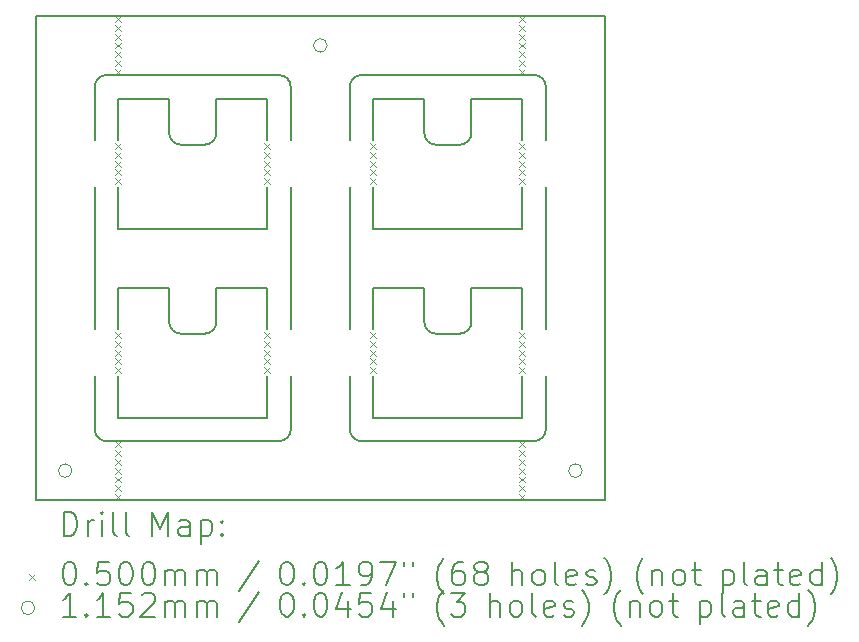
<source format=gbr>
%TF.GenerationSoftware,KiCad,Pcbnew,(7.0.0-0)*%
%TF.CreationDate,2025-07-24T17:03:27+12:00*%
%TF.ProjectId,12V_light_panelized_X4,3132565f-6c69-4676-9874-5f70616e656c,rev?*%
%TF.SameCoordinates,Original*%
%TF.FileFunction,Drillmap*%
%TF.FilePolarity,Positive*%
%FSLAX45Y45*%
G04 Gerber Fmt 4.5, Leading zero omitted, Abs format (unit mm)*
G04 Created by KiCad (PCBNEW (7.0.0-0)) date 2025-07-24 17:03:27*
%MOMM*%
%LPD*%
G01*
G04 APERTURE LIST*
%ADD10C,0.150000*%
%ADD11C,0.200000*%
%ADD12C,0.050000*%
%ADD13C,0.115200*%
G04 APERTURE END LIST*
D10*
X17160004Y-6590004D02*
X17160004Y-6300004D01*
X17789996Y-6200004D02*
G75*
G03*
X17690004Y-6100004I-99996J4D01*
G01*
X16330003Y-7400004D02*
X16330003Y-7050007D01*
X15430004Y-6300000D02*
X15000004Y-6300000D01*
X14170004Y-6300000D02*
X14600004Y-6300000D01*
X13970004Y-6650000D02*
X13970004Y-6200000D01*
X16130000Y-8650004D02*
X16130000Y-9100000D01*
X13970003Y-8650004D02*
X13970004Y-9100000D01*
X15630004Y-6649996D02*
X15630004Y-6200000D01*
X16130003Y-6650004D02*
X16130003Y-6200004D01*
X16330003Y-7400004D02*
X17590004Y-7400004D01*
X16330003Y-6300004D02*
X16330003Y-6650004D01*
X14600004Y-7900000D02*
X14600004Y-8190000D01*
X16230003Y-6100004D02*
X17690004Y-6100004D01*
X17590000Y-9000000D02*
X17590000Y-8650000D01*
X15630004Y-8650000D02*
X15630004Y-9100000D01*
X17590004Y-7400004D02*
X17590004Y-7050004D01*
X13970003Y-7050004D02*
X13970004Y-8250000D01*
X15430004Y-6649996D02*
X15430004Y-6300000D01*
X14170004Y-6300000D02*
X14170003Y-6650000D01*
X16760003Y-6300004D02*
X16760003Y-6590004D01*
X15430004Y-8249996D02*
X15430004Y-7900000D01*
X16860000Y-8290000D02*
X17060000Y-8290000D01*
X17060004Y-6690003D02*
G75*
G03*
X17160004Y-6590004I-4J100004D01*
G01*
X15000004Y-8190000D02*
X15000004Y-7900000D01*
X16330000Y-9000000D02*
X16330000Y-8650004D01*
X17590004Y-6300004D02*
X17160004Y-6300004D01*
X16330000Y-7900000D02*
X16760000Y-7900000D01*
X17690000Y-9200000D02*
X16230000Y-9200000D01*
X13970000Y-9100000D02*
G75*
G03*
X14070004Y-9200000I100000J0D01*
G01*
X14170004Y-7400000D02*
X15430004Y-7400000D01*
X14170004Y-7400000D02*
X14170003Y-7050004D01*
X16759996Y-6590004D02*
G75*
G03*
X16860004Y-6690004I100004J4D01*
G01*
X16860004Y-6690004D02*
X17060004Y-6690004D01*
X15530004Y-9200004D02*
G75*
G03*
X15630004Y-9100000I-4J100004D01*
G01*
X16760000Y-8190000D02*
G75*
G03*
X16860000Y-8290000I100000J0D01*
G01*
X16230003Y-6100003D02*
G75*
G03*
X16130003Y-6200004I-4J-99997D01*
G01*
X17590004Y-6650000D02*
X17590004Y-6300004D01*
X14600000Y-8190000D02*
G75*
G03*
X14700004Y-8290000I100000J0D01*
G01*
X15530004Y-9200000D02*
X14070004Y-9200000D01*
X17060000Y-8290000D02*
G75*
G03*
X17160000Y-8190000I0J100000D01*
G01*
X15430004Y-9000000D02*
X15430004Y-8650000D01*
X17790004Y-6650000D02*
X17790004Y-6200004D01*
X17790004Y-7050004D02*
X17790000Y-8249996D01*
X16330000Y-9000000D02*
X17590000Y-9000000D01*
X17590000Y-8249996D02*
X17590000Y-7900000D01*
X15430004Y-7900000D02*
X15000004Y-7900000D01*
X15630000Y-6200000D02*
G75*
G03*
X15530004Y-6100000I-100000J0D01*
G01*
X16130000Y-8250000D02*
X16130003Y-7050007D01*
X17690000Y-9200000D02*
G75*
G03*
X17790000Y-9100000I0J100000D01*
G01*
X15630004Y-7050000D02*
X15630004Y-8249996D01*
X17160000Y-8190000D02*
X17160000Y-7900000D01*
X13470000Y-5600000D02*
X18290000Y-5600000D01*
X18290000Y-5600000D02*
X18290000Y-9700000D01*
X18290000Y-9700000D02*
X13470000Y-9700000D01*
X13470000Y-9700000D02*
X13470000Y-5600000D01*
X17790000Y-8650000D02*
X17790000Y-9100000D01*
X14070004Y-6100004D02*
G75*
G03*
X13970004Y-6200000I-4J-99996D01*
G01*
X14600000Y-6590000D02*
G75*
G03*
X14700004Y-6690000I100000J0D01*
G01*
X14070004Y-6100000D02*
X15530004Y-6100000D01*
X14700004Y-6690000D02*
X14900004Y-6690000D01*
X14170004Y-7900000D02*
X14170003Y-8250000D01*
X16330003Y-6300004D02*
X16760003Y-6300004D01*
X16130000Y-9100000D02*
G75*
G03*
X16230000Y-9200000I100000J0D01*
G01*
X15430004Y-7400000D02*
X15430004Y-7050000D01*
X14170004Y-7900000D02*
X14600004Y-7900000D01*
X15000004Y-6590000D02*
X15000004Y-6300000D01*
X14170004Y-9000000D02*
X14170003Y-8650004D01*
X14700004Y-8290000D02*
X14900004Y-8290000D01*
X16330000Y-7900000D02*
X16330000Y-8250000D01*
X16760000Y-7900000D02*
X16760000Y-8190000D01*
X14900004Y-8290004D02*
G75*
G03*
X15000004Y-8190000I-4J100004D01*
G01*
X17590000Y-7900000D02*
X17160000Y-7900000D01*
X14170004Y-9000000D02*
X15430004Y-9000000D01*
X14900004Y-6690004D02*
G75*
G03*
X15000004Y-6590000I-4J100004D01*
G01*
X14600004Y-6300000D02*
X14600004Y-6590000D01*
D11*
D12*
X14145000Y-5600000D02*
X14195000Y-5650000D01*
X14195000Y-5600000D02*
X14145000Y-5650000D01*
X14145000Y-5675000D02*
X14195000Y-5725000D01*
X14195000Y-5675000D02*
X14145000Y-5725000D01*
X14145000Y-5750000D02*
X14195000Y-5800000D01*
X14195000Y-5750000D02*
X14145000Y-5800000D01*
X14145000Y-5825000D02*
X14195000Y-5875000D01*
X14195000Y-5825000D02*
X14145000Y-5875000D01*
X14145000Y-5900000D02*
X14195000Y-5950000D01*
X14195000Y-5900000D02*
X14145000Y-5950000D01*
X14145000Y-5975000D02*
X14195000Y-6025000D01*
X14195000Y-5975000D02*
X14145000Y-6025000D01*
X14145000Y-6050000D02*
X14195000Y-6100000D01*
X14195000Y-6050000D02*
X14145000Y-6100000D01*
X14145000Y-9200000D02*
X14195000Y-9250000D01*
X14195000Y-9200000D02*
X14145000Y-9250000D01*
X14145000Y-9275000D02*
X14195000Y-9325000D01*
X14195000Y-9275000D02*
X14145000Y-9325000D01*
X14145000Y-9350000D02*
X14195000Y-9400000D01*
X14195000Y-9350000D02*
X14145000Y-9400000D01*
X14145000Y-9425000D02*
X14195000Y-9475000D01*
X14195000Y-9425000D02*
X14145000Y-9475000D01*
X14145000Y-9500000D02*
X14195000Y-9550000D01*
X14195000Y-9500000D02*
X14145000Y-9550000D01*
X14145000Y-9575000D02*
X14195000Y-9625000D01*
X14195000Y-9575000D02*
X14145000Y-9625000D01*
X14145000Y-9650000D02*
X14195000Y-9700000D01*
X14195000Y-9650000D02*
X14145000Y-9700000D01*
X14145003Y-6675000D02*
X14195003Y-6725000D01*
X14195003Y-6675000D02*
X14145003Y-6725000D01*
X14145003Y-6750000D02*
X14195003Y-6800000D01*
X14195003Y-6750000D02*
X14145003Y-6800000D01*
X14145003Y-6825002D02*
X14195003Y-6875002D01*
X14195003Y-6825002D02*
X14145003Y-6875002D01*
X14145003Y-6900000D02*
X14195003Y-6950000D01*
X14195003Y-6900000D02*
X14145003Y-6950000D01*
X14145003Y-8275000D02*
X14195003Y-8325000D01*
X14195003Y-8275000D02*
X14145003Y-8325000D01*
X14145003Y-8350000D02*
X14195003Y-8400000D01*
X14195003Y-8350000D02*
X14145003Y-8400000D01*
X14145003Y-8425002D02*
X14195003Y-8475002D01*
X14195003Y-8425002D02*
X14145003Y-8475002D01*
X14145003Y-8500000D02*
X14195003Y-8550000D01*
X14195003Y-8500000D02*
X14145003Y-8550000D01*
X14145004Y-6975000D02*
X14195004Y-7025000D01*
X14195004Y-6975000D02*
X14145004Y-7025000D01*
X14145004Y-8575000D02*
X14195004Y-8625000D01*
X14195004Y-8575000D02*
X14145004Y-8625000D01*
X15405004Y-6675000D02*
X15455004Y-6725000D01*
X15455004Y-6675000D02*
X15405004Y-6725000D01*
X15405004Y-8275000D02*
X15455004Y-8325000D01*
X15455004Y-8275000D02*
X15405004Y-8325000D01*
X15405004Y-6750000D02*
X15455004Y-6800000D01*
X15455004Y-6750000D02*
X15405004Y-6800000D01*
X15405004Y-6824998D02*
X15455004Y-6874998D01*
X15455004Y-6824998D02*
X15405004Y-6874998D01*
X15405004Y-6900000D02*
X15455004Y-6950000D01*
X15455004Y-6900000D02*
X15405004Y-6950000D01*
X15405004Y-6975000D02*
X15455004Y-7025000D01*
X15455004Y-6975000D02*
X15405004Y-7025000D01*
X15405004Y-8350000D02*
X15455004Y-8400000D01*
X15455004Y-8350000D02*
X15405004Y-8400000D01*
X15405004Y-8424998D02*
X15455004Y-8474998D01*
X15455004Y-8424998D02*
X15405004Y-8474998D01*
X15405004Y-8500000D02*
X15455004Y-8550000D01*
X15455004Y-8500000D02*
X15405004Y-8550000D01*
X15405004Y-8575000D02*
X15455004Y-8625000D01*
X15455004Y-8575000D02*
X15405004Y-8625000D01*
X16305000Y-8275000D02*
X16355000Y-8325000D01*
X16355000Y-8275000D02*
X16305000Y-8325000D01*
X16305000Y-8350000D02*
X16355000Y-8400000D01*
X16355000Y-8350000D02*
X16305000Y-8400000D01*
X16305000Y-8425002D02*
X16355000Y-8475002D01*
X16355000Y-8425002D02*
X16305000Y-8475002D01*
X16305000Y-8500000D02*
X16355000Y-8550000D01*
X16355000Y-8500000D02*
X16305000Y-8550000D01*
X16305000Y-8575000D02*
X16355000Y-8625000D01*
X16355000Y-8575000D02*
X16305000Y-8625000D01*
X16305003Y-6675004D02*
X16355003Y-6725004D01*
X16355003Y-6675004D02*
X16305003Y-6725004D01*
X16305003Y-6750004D02*
X16355003Y-6800004D01*
X16355003Y-6750004D02*
X16305003Y-6800004D01*
X16305003Y-6825006D02*
X16355003Y-6875006D01*
X16355003Y-6825006D02*
X16305003Y-6875006D01*
X16305003Y-6900004D02*
X16355003Y-6950004D01*
X16355003Y-6900004D02*
X16305003Y-6950004D01*
X16305003Y-6975004D02*
X16355003Y-7025004D01*
X16355003Y-6975004D02*
X16305003Y-7025004D01*
X17565000Y-5600000D02*
X17615000Y-5650000D01*
X17615000Y-5600000D02*
X17565000Y-5650000D01*
X17565000Y-5675000D02*
X17615000Y-5725000D01*
X17615000Y-5675000D02*
X17565000Y-5725000D01*
X17565000Y-5750000D02*
X17615000Y-5800000D01*
X17615000Y-5750000D02*
X17565000Y-5800000D01*
X17565000Y-5825000D02*
X17615000Y-5875000D01*
X17615000Y-5825000D02*
X17565000Y-5875000D01*
X17565000Y-5900000D02*
X17615000Y-5950000D01*
X17615000Y-5900000D02*
X17565000Y-5950000D01*
X17565000Y-5975000D02*
X17615000Y-6025000D01*
X17615000Y-5975000D02*
X17565000Y-6025000D01*
X17565000Y-6050000D02*
X17615000Y-6100000D01*
X17615000Y-6050000D02*
X17565000Y-6100000D01*
X17565000Y-8275000D02*
X17615000Y-8325000D01*
X17615000Y-8275000D02*
X17565000Y-8325000D01*
X17565000Y-9200000D02*
X17615000Y-9250000D01*
X17615000Y-9200000D02*
X17565000Y-9250000D01*
X17565000Y-9275000D02*
X17615000Y-9325000D01*
X17615000Y-9275000D02*
X17565000Y-9325000D01*
X17565000Y-9350000D02*
X17615000Y-9400000D01*
X17615000Y-9350000D02*
X17565000Y-9400000D01*
X17565000Y-9425000D02*
X17615000Y-9475000D01*
X17615000Y-9425000D02*
X17565000Y-9475000D01*
X17565000Y-9500000D02*
X17615000Y-9550000D01*
X17615000Y-9500000D02*
X17565000Y-9550000D01*
X17565000Y-9575000D02*
X17615000Y-9625000D01*
X17615000Y-9575000D02*
X17565000Y-9625000D01*
X17565000Y-9650000D02*
X17615000Y-9700000D01*
X17615000Y-9650000D02*
X17565000Y-9700000D01*
X17565000Y-8350000D02*
X17615000Y-8400000D01*
X17615000Y-8350000D02*
X17565000Y-8400000D01*
X17565000Y-8424998D02*
X17615000Y-8474998D01*
X17615000Y-8424998D02*
X17565000Y-8474998D01*
X17565000Y-8500000D02*
X17615000Y-8550000D01*
X17615000Y-8500000D02*
X17565000Y-8550000D01*
X17565000Y-8575000D02*
X17615000Y-8625000D01*
X17615000Y-8575000D02*
X17565000Y-8625000D01*
X17565004Y-6675004D02*
X17615004Y-6725004D01*
X17615004Y-6675004D02*
X17565004Y-6725004D01*
X17565004Y-6750004D02*
X17615004Y-6800004D01*
X17615004Y-6750004D02*
X17565004Y-6800004D01*
X17565004Y-6825002D02*
X17615004Y-6875002D01*
X17615004Y-6825002D02*
X17565004Y-6875002D01*
X17565004Y-6900004D02*
X17615004Y-6950004D01*
X17615004Y-6900004D02*
X17565004Y-6950004D01*
X17565004Y-6975004D02*
X17615004Y-7025004D01*
X17615004Y-6975004D02*
X17565004Y-7025004D01*
D13*
X13777600Y-9450000D02*
G75*
G03*
X13777600Y-9450000I-57600J0D01*
G01*
X15937600Y-5850000D02*
G75*
G03*
X15937600Y-5850000I-57600J0D01*
G01*
X18097600Y-9450000D02*
G75*
G03*
X18097600Y-9450000I-57600J0D01*
G01*
D11*
X13710119Y-10000976D02*
X13710119Y-9800976D01*
X13710119Y-9800976D02*
X13757738Y-9800976D01*
X13757738Y-9800976D02*
X13786309Y-9810500D01*
X13786309Y-9810500D02*
X13805357Y-9829548D01*
X13805357Y-9829548D02*
X13814881Y-9848595D01*
X13814881Y-9848595D02*
X13824405Y-9886690D01*
X13824405Y-9886690D02*
X13824405Y-9915262D01*
X13824405Y-9915262D02*
X13814881Y-9953357D01*
X13814881Y-9953357D02*
X13805357Y-9972405D01*
X13805357Y-9972405D02*
X13786309Y-9991452D01*
X13786309Y-9991452D02*
X13757738Y-10000976D01*
X13757738Y-10000976D02*
X13710119Y-10000976D01*
X13910119Y-10000976D02*
X13910119Y-9867643D01*
X13910119Y-9905738D02*
X13919643Y-9886690D01*
X13919643Y-9886690D02*
X13929167Y-9877167D01*
X13929167Y-9877167D02*
X13948214Y-9867643D01*
X13948214Y-9867643D02*
X13967262Y-9867643D01*
X14033928Y-10000976D02*
X14033928Y-9867643D01*
X14033928Y-9800976D02*
X14024405Y-9810500D01*
X14024405Y-9810500D02*
X14033928Y-9820024D01*
X14033928Y-9820024D02*
X14043452Y-9810500D01*
X14043452Y-9810500D02*
X14033928Y-9800976D01*
X14033928Y-9800976D02*
X14033928Y-9820024D01*
X14157738Y-10000976D02*
X14138690Y-9991452D01*
X14138690Y-9991452D02*
X14129167Y-9972405D01*
X14129167Y-9972405D02*
X14129167Y-9800976D01*
X14262500Y-10000976D02*
X14243452Y-9991452D01*
X14243452Y-9991452D02*
X14233928Y-9972405D01*
X14233928Y-9972405D02*
X14233928Y-9800976D01*
X14458690Y-10000976D02*
X14458690Y-9800976D01*
X14458690Y-9800976D02*
X14525357Y-9943833D01*
X14525357Y-9943833D02*
X14592024Y-9800976D01*
X14592024Y-9800976D02*
X14592024Y-10000976D01*
X14772976Y-10000976D02*
X14772976Y-9896214D01*
X14772976Y-9896214D02*
X14763452Y-9877167D01*
X14763452Y-9877167D02*
X14744405Y-9867643D01*
X14744405Y-9867643D02*
X14706309Y-9867643D01*
X14706309Y-9867643D02*
X14687262Y-9877167D01*
X14772976Y-9991452D02*
X14753928Y-10000976D01*
X14753928Y-10000976D02*
X14706309Y-10000976D01*
X14706309Y-10000976D02*
X14687262Y-9991452D01*
X14687262Y-9991452D02*
X14677738Y-9972405D01*
X14677738Y-9972405D02*
X14677738Y-9953357D01*
X14677738Y-9953357D02*
X14687262Y-9934310D01*
X14687262Y-9934310D02*
X14706309Y-9924786D01*
X14706309Y-9924786D02*
X14753928Y-9924786D01*
X14753928Y-9924786D02*
X14772976Y-9915262D01*
X14868214Y-9867643D02*
X14868214Y-10067643D01*
X14868214Y-9877167D02*
X14887262Y-9867643D01*
X14887262Y-9867643D02*
X14925357Y-9867643D01*
X14925357Y-9867643D02*
X14944405Y-9877167D01*
X14944405Y-9877167D02*
X14953928Y-9886690D01*
X14953928Y-9886690D02*
X14963452Y-9905738D01*
X14963452Y-9905738D02*
X14963452Y-9962881D01*
X14963452Y-9962881D02*
X14953928Y-9981929D01*
X14953928Y-9981929D02*
X14944405Y-9991452D01*
X14944405Y-9991452D02*
X14925357Y-10000976D01*
X14925357Y-10000976D02*
X14887262Y-10000976D01*
X14887262Y-10000976D02*
X14868214Y-9991452D01*
X15049167Y-9981929D02*
X15058690Y-9991452D01*
X15058690Y-9991452D02*
X15049167Y-10000976D01*
X15049167Y-10000976D02*
X15039643Y-9991452D01*
X15039643Y-9991452D02*
X15049167Y-9981929D01*
X15049167Y-9981929D02*
X15049167Y-10000976D01*
X15049167Y-9877167D02*
X15058690Y-9886690D01*
X15058690Y-9886690D02*
X15049167Y-9896214D01*
X15049167Y-9896214D02*
X15039643Y-9886690D01*
X15039643Y-9886690D02*
X15049167Y-9877167D01*
X15049167Y-9877167D02*
X15049167Y-9896214D01*
D12*
X13412500Y-10322500D02*
X13462500Y-10372500D01*
X13462500Y-10322500D02*
X13412500Y-10372500D01*
D11*
X13748214Y-10220976D02*
X13767262Y-10220976D01*
X13767262Y-10220976D02*
X13786309Y-10230500D01*
X13786309Y-10230500D02*
X13795833Y-10240024D01*
X13795833Y-10240024D02*
X13805357Y-10259071D01*
X13805357Y-10259071D02*
X13814881Y-10297167D01*
X13814881Y-10297167D02*
X13814881Y-10344786D01*
X13814881Y-10344786D02*
X13805357Y-10382881D01*
X13805357Y-10382881D02*
X13795833Y-10401929D01*
X13795833Y-10401929D02*
X13786309Y-10411452D01*
X13786309Y-10411452D02*
X13767262Y-10420976D01*
X13767262Y-10420976D02*
X13748214Y-10420976D01*
X13748214Y-10420976D02*
X13729167Y-10411452D01*
X13729167Y-10411452D02*
X13719643Y-10401929D01*
X13719643Y-10401929D02*
X13710119Y-10382881D01*
X13710119Y-10382881D02*
X13700595Y-10344786D01*
X13700595Y-10344786D02*
X13700595Y-10297167D01*
X13700595Y-10297167D02*
X13710119Y-10259071D01*
X13710119Y-10259071D02*
X13719643Y-10240024D01*
X13719643Y-10240024D02*
X13729167Y-10230500D01*
X13729167Y-10230500D02*
X13748214Y-10220976D01*
X13900595Y-10401929D02*
X13910119Y-10411452D01*
X13910119Y-10411452D02*
X13900595Y-10420976D01*
X13900595Y-10420976D02*
X13891071Y-10411452D01*
X13891071Y-10411452D02*
X13900595Y-10401929D01*
X13900595Y-10401929D02*
X13900595Y-10420976D01*
X14091071Y-10220976D02*
X13995833Y-10220976D01*
X13995833Y-10220976D02*
X13986309Y-10316214D01*
X13986309Y-10316214D02*
X13995833Y-10306690D01*
X13995833Y-10306690D02*
X14014881Y-10297167D01*
X14014881Y-10297167D02*
X14062500Y-10297167D01*
X14062500Y-10297167D02*
X14081548Y-10306690D01*
X14081548Y-10306690D02*
X14091071Y-10316214D01*
X14091071Y-10316214D02*
X14100595Y-10335262D01*
X14100595Y-10335262D02*
X14100595Y-10382881D01*
X14100595Y-10382881D02*
X14091071Y-10401929D01*
X14091071Y-10401929D02*
X14081548Y-10411452D01*
X14081548Y-10411452D02*
X14062500Y-10420976D01*
X14062500Y-10420976D02*
X14014881Y-10420976D01*
X14014881Y-10420976D02*
X13995833Y-10411452D01*
X13995833Y-10411452D02*
X13986309Y-10401929D01*
X14224405Y-10220976D02*
X14243452Y-10220976D01*
X14243452Y-10220976D02*
X14262500Y-10230500D01*
X14262500Y-10230500D02*
X14272024Y-10240024D01*
X14272024Y-10240024D02*
X14281548Y-10259071D01*
X14281548Y-10259071D02*
X14291071Y-10297167D01*
X14291071Y-10297167D02*
X14291071Y-10344786D01*
X14291071Y-10344786D02*
X14281548Y-10382881D01*
X14281548Y-10382881D02*
X14272024Y-10401929D01*
X14272024Y-10401929D02*
X14262500Y-10411452D01*
X14262500Y-10411452D02*
X14243452Y-10420976D01*
X14243452Y-10420976D02*
X14224405Y-10420976D01*
X14224405Y-10420976D02*
X14205357Y-10411452D01*
X14205357Y-10411452D02*
X14195833Y-10401929D01*
X14195833Y-10401929D02*
X14186309Y-10382881D01*
X14186309Y-10382881D02*
X14176786Y-10344786D01*
X14176786Y-10344786D02*
X14176786Y-10297167D01*
X14176786Y-10297167D02*
X14186309Y-10259071D01*
X14186309Y-10259071D02*
X14195833Y-10240024D01*
X14195833Y-10240024D02*
X14205357Y-10230500D01*
X14205357Y-10230500D02*
X14224405Y-10220976D01*
X14414881Y-10220976D02*
X14433929Y-10220976D01*
X14433929Y-10220976D02*
X14452976Y-10230500D01*
X14452976Y-10230500D02*
X14462500Y-10240024D01*
X14462500Y-10240024D02*
X14472024Y-10259071D01*
X14472024Y-10259071D02*
X14481548Y-10297167D01*
X14481548Y-10297167D02*
X14481548Y-10344786D01*
X14481548Y-10344786D02*
X14472024Y-10382881D01*
X14472024Y-10382881D02*
X14462500Y-10401929D01*
X14462500Y-10401929D02*
X14452976Y-10411452D01*
X14452976Y-10411452D02*
X14433929Y-10420976D01*
X14433929Y-10420976D02*
X14414881Y-10420976D01*
X14414881Y-10420976D02*
X14395833Y-10411452D01*
X14395833Y-10411452D02*
X14386309Y-10401929D01*
X14386309Y-10401929D02*
X14376786Y-10382881D01*
X14376786Y-10382881D02*
X14367262Y-10344786D01*
X14367262Y-10344786D02*
X14367262Y-10297167D01*
X14367262Y-10297167D02*
X14376786Y-10259071D01*
X14376786Y-10259071D02*
X14386309Y-10240024D01*
X14386309Y-10240024D02*
X14395833Y-10230500D01*
X14395833Y-10230500D02*
X14414881Y-10220976D01*
X14567262Y-10420976D02*
X14567262Y-10287643D01*
X14567262Y-10306690D02*
X14576786Y-10297167D01*
X14576786Y-10297167D02*
X14595833Y-10287643D01*
X14595833Y-10287643D02*
X14624405Y-10287643D01*
X14624405Y-10287643D02*
X14643452Y-10297167D01*
X14643452Y-10297167D02*
X14652976Y-10316214D01*
X14652976Y-10316214D02*
X14652976Y-10420976D01*
X14652976Y-10316214D02*
X14662500Y-10297167D01*
X14662500Y-10297167D02*
X14681548Y-10287643D01*
X14681548Y-10287643D02*
X14710119Y-10287643D01*
X14710119Y-10287643D02*
X14729167Y-10297167D01*
X14729167Y-10297167D02*
X14738690Y-10316214D01*
X14738690Y-10316214D02*
X14738690Y-10420976D01*
X14833929Y-10420976D02*
X14833929Y-10287643D01*
X14833929Y-10306690D02*
X14843452Y-10297167D01*
X14843452Y-10297167D02*
X14862500Y-10287643D01*
X14862500Y-10287643D02*
X14891071Y-10287643D01*
X14891071Y-10287643D02*
X14910119Y-10297167D01*
X14910119Y-10297167D02*
X14919643Y-10316214D01*
X14919643Y-10316214D02*
X14919643Y-10420976D01*
X14919643Y-10316214D02*
X14929167Y-10297167D01*
X14929167Y-10297167D02*
X14948214Y-10287643D01*
X14948214Y-10287643D02*
X14976786Y-10287643D01*
X14976786Y-10287643D02*
X14995833Y-10297167D01*
X14995833Y-10297167D02*
X15005357Y-10316214D01*
X15005357Y-10316214D02*
X15005357Y-10420976D01*
X15363452Y-10211452D02*
X15192024Y-10468595D01*
X15588214Y-10220976D02*
X15607262Y-10220976D01*
X15607262Y-10220976D02*
X15626310Y-10230500D01*
X15626310Y-10230500D02*
X15635833Y-10240024D01*
X15635833Y-10240024D02*
X15645357Y-10259071D01*
X15645357Y-10259071D02*
X15654881Y-10297167D01*
X15654881Y-10297167D02*
X15654881Y-10344786D01*
X15654881Y-10344786D02*
X15645357Y-10382881D01*
X15645357Y-10382881D02*
X15635833Y-10401929D01*
X15635833Y-10401929D02*
X15626310Y-10411452D01*
X15626310Y-10411452D02*
X15607262Y-10420976D01*
X15607262Y-10420976D02*
X15588214Y-10420976D01*
X15588214Y-10420976D02*
X15569167Y-10411452D01*
X15569167Y-10411452D02*
X15559643Y-10401929D01*
X15559643Y-10401929D02*
X15550119Y-10382881D01*
X15550119Y-10382881D02*
X15540595Y-10344786D01*
X15540595Y-10344786D02*
X15540595Y-10297167D01*
X15540595Y-10297167D02*
X15550119Y-10259071D01*
X15550119Y-10259071D02*
X15559643Y-10240024D01*
X15559643Y-10240024D02*
X15569167Y-10230500D01*
X15569167Y-10230500D02*
X15588214Y-10220976D01*
X15740595Y-10401929D02*
X15750119Y-10411452D01*
X15750119Y-10411452D02*
X15740595Y-10420976D01*
X15740595Y-10420976D02*
X15731071Y-10411452D01*
X15731071Y-10411452D02*
X15740595Y-10401929D01*
X15740595Y-10401929D02*
X15740595Y-10420976D01*
X15873929Y-10220976D02*
X15892976Y-10220976D01*
X15892976Y-10220976D02*
X15912024Y-10230500D01*
X15912024Y-10230500D02*
X15921548Y-10240024D01*
X15921548Y-10240024D02*
X15931071Y-10259071D01*
X15931071Y-10259071D02*
X15940595Y-10297167D01*
X15940595Y-10297167D02*
X15940595Y-10344786D01*
X15940595Y-10344786D02*
X15931071Y-10382881D01*
X15931071Y-10382881D02*
X15921548Y-10401929D01*
X15921548Y-10401929D02*
X15912024Y-10411452D01*
X15912024Y-10411452D02*
X15892976Y-10420976D01*
X15892976Y-10420976D02*
X15873929Y-10420976D01*
X15873929Y-10420976D02*
X15854881Y-10411452D01*
X15854881Y-10411452D02*
X15845357Y-10401929D01*
X15845357Y-10401929D02*
X15835833Y-10382881D01*
X15835833Y-10382881D02*
X15826310Y-10344786D01*
X15826310Y-10344786D02*
X15826310Y-10297167D01*
X15826310Y-10297167D02*
X15835833Y-10259071D01*
X15835833Y-10259071D02*
X15845357Y-10240024D01*
X15845357Y-10240024D02*
X15854881Y-10230500D01*
X15854881Y-10230500D02*
X15873929Y-10220976D01*
X16131071Y-10420976D02*
X16016786Y-10420976D01*
X16073929Y-10420976D02*
X16073929Y-10220976D01*
X16073929Y-10220976D02*
X16054881Y-10249548D01*
X16054881Y-10249548D02*
X16035833Y-10268595D01*
X16035833Y-10268595D02*
X16016786Y-10278119D01*
X16226310Y-10420976D02*
X16264405Y-10420976D01*
X16264405Y-10420976D02*
X16283452Y-10411452D01*
X16283452Y-10411452D02*
X16292976Y-10401929D01*
X16292976Y-10401929D02*
X16312024Y-10373357D01*
X16312024Y-10373357D02*
X16321548Y-10335262D01*
X16321548Y-10335262D02*
X16321548Y-10259071D01*
X16321548Y-10259071D02*
X16312024Y-10240024D01*
X16312024Y-10240024D02*
X16302500Y-10230500D01*
X16302500Y-10230500D02*
X16283452Y-10220976D01*
X16283452Y-10220976D02*
X16245357Y-10220976D01*
X16245357Y-10220976D02*
X16226310Y-10230500D01*
X16226310Y-10230500D02*
X16216786Y-10240024D01*
X16216786Y-10240024D02*
X16207262Y-10259071D01*
X16207262Y-10259071D02*
X16207262Y-10306690D01*
X16207262Y-10306690D02*
X16216786Y-10325738D01*
X16216786Y-10325738D02*
X16226310Y-10335262D01*
X16226310Y-10335262D02*
X16245357Y-10344786D01*
X16245357Y-10344786D02*
X16283452Y-10344786D01*
X16283452Y-10344786D02*
X16302500Y-10335262D01*
X16302500Y-10335262D02*
X16312024Y-10325738D01*
X16312024Y-10325738D02*
X16321548Y-10306690D01*
X16388214Y-10220976D02*
X16521548Y-10220976D01*
X16521548Y-10220976D02*
X16435833Y-10420976D01*
X16588214Y-10220976D02*
X16588214Y-10259071D01*
X16664405Y-10220976D02*
X16664405Y-10259071D01*
X16927262Y-10497167D02*
X16917738Y-10487643D01*
X16917738Y-10487643D02*
X16898691Y-10459071D01*
X16898691Y-10459071D02*
X16889167Y-10440024D01*
X16889167Y-10440024D02*
X16879643Y-10411452D01*
X16879643Y-10411452D02*
X16870119Y-10363833D01*
X16870119Y-10363833D02*
X16870119Y-10325738D01*
X16870119Y-10325738D02*
X16879643Y-10278119D01*
X16879643Y-10278119D02*
X16889167Y-10249548D01*
X16889167Y-10249548D02*
X16898691Y-10230500D01*
X16898691Y-10230500D02*
X16917738Y-10201929D01*
X16917738Y-10201929D02*
X16927262Y-10192405D01*
X17089167Y-10220976D02*
X17051072Y-10220976D01*
X17051072Y-10220976D02*
X17032024Y-10230500D01*
X17032024Y-10230500D02*
X17022500Y-10240024D01*
X17022500Y-10240024D02*
X17003453Y-10268595D01*
X17003453Y-10268595D02*
X16993929Y-10306690D01*
X16993929Y-10306690D02*
X16993929Y-10382881D01*
X16993929Y-10382881D02*
X17003453Y-10401929D01*
X17003453Y-10401929D02*
X17012976Y-10411452D01*
X17012976Y-10411452D02*
X17032024Y-10420976D01*
X17032024Y-10420976D02*
X17070119Y-10420976D01*
X17070119Y-10420976D02*
X17089167Y-10411452D01*
X17089167Y-10411452D02*
X17098691Y-10401929D01*
X17098691Y-10401929D02*
X17108214Y-10382881D01*
X17108214Y-10382881D02*
X17108214Y-10335262D01*
X17108214Y-10335262D02*
X17098691Y-10316214D01*
X17098691Y-10316214D02*
X17089167Y-10306690D01*
X17089167Y-10306690D02*
X17070119Y-10297167D01*
X17070119Y-10297167D02*
X17032024Y-10297167D01*
X17032024Y-10297167D02*
X17012976Y-10306690D01*
X17012976Y-10306690D02*
X17003453Y-10316214D01*
X17003453Y-10316214D02*
X16993929Y-10335262D01*
X17222500Y-10306690D02*
X17203453Y-10297167D01*
X17203453Y-10297167D02*
X17193929Y-10287643D01*
X17193929Y-10287643D02*
X17184405Y-10268595D01*
X17184405Y-10268595D02*
X17184405Y-10259071D01*
X17184405Y-10259071D02*
X17193929Y-10240024D01*
X17193929Y-10240024D02*
X17203453Y-10230500D01*
X17203453Y-10230500D02*
X17222500Y-10220976D01*
X17222500Y-10220976D02*
X17260595Y-10220976D01*
X17260595Y-10220976D02*
X17279643Y-10230500D01*
X17279643Y-10230500D02*
X17289167Y-10240024D01*
X17289167Y-10240024D02*
X17298691Y-10259071D01*
X17298691Y-10259071D02*
X17298691Y-10268595D01*
X17298691Y-10268595D02*
X17289167Y-10287643D01*
X17289167Y-10287643D02*
X17279643Y-10297167D01*
X17279643Y-10297167D02*
X17260595Y-10306690D01*
X17260595Y-10306690D02*
X17222500Y-10306690D01*
X17222500Y-10306690D02*
X17203453Y-10316214D01*
X17203453Y-10316214D02*
X17193929Y-10325738D01*
X17193929Y-10325738D02*
X17184405Y-10344786D01*
X17184405Y-10344786D02*
X17184405Y-10382881D01*
X17184405Y-10382881D02*
X17193929Y-10401929D01*
X17193929Y-10401929D02*
X17203453Y-10411452D01*
X17203453Y-10411452D02*
X17222500Y-10420976D01*
X17222500Y-10420976D02*
X17260595Y-10420976D01*
X17260595Y-10420976D02*
X17279643Y-10411452D01*
X17279643Y-10411452D02*
X17289167Y-10401929D01*
X17289167Y-10401929D02*
X17298691Y-10382881D01*
X17298691Y-10382881D02*
X17298691Y-10344786D01*
X17298691Y-10344786D02*
X17289167Y-10325738D01*
X17289167Y-10325738D02*
X17279643Y-10316214D01*
X17279643Y-10316214D02*
X17260595Y-10306690D01*
X17504405Y-10420976D02*
X17504405Y-10220976D01*
X17590119Y-10420976D02*
X17590119Y-10316214D01*
X17590119Y-10316214D02*
X17580595Y-10297167D01*
X17580595Y-10297167D02*
X17561548Y-10287643D01*
X17561548Y-10287643D02*
X17532976Y-10287643D01*
X17532976Y-10287643D02*
X17513929Y-10297167D01*
X17513929Y-10297167D02*
X17504405Y-10306690D01*
X17713929Y-10420976D02*
X17694881Y-10411452D01*
X17694881Y-10411452D02*
X17685357Y-10401929D01*
X17685357Y-10401929D02*
X17675834Y-10382881D01*
X17675834Y-10382881D02*
X17675834Y-10325738D01*
X17675834Y-10325738D02*
X17685357Y-10306690D01*
X17685357Y-10306690D02*
X17694881Y-10297167D01*
X17694881Y-10297167D02*
X17713929Y-10287643D01*
X17713929Y-10287643D02*
X17742500Y-10287643D01*
X17742500Y-10287643D02*
X17761548Y-10297167D01*
X17761548Y-10297167D02*
X17771072Y-10306690D01*
X17771072Y-10306690D02*
X17780595Y-10325738D01*
X17780595Y-10325738D02*
X17780595Y-10382881D01*
X17780595Y-10382881D02*
X17771072Y-10401929D01*
X17771072Y-10401929D02*
X17761548Y-10411452D01*
X17761548Y-10411452D02*
X17742500Y-10420976D01*
X17742500Y-10420976D02*
X17713929Y-10420976D01*
X17894881Y-10420976D02*
X17875834Y-10411452D01*
X17875834Y-10411452D02*
X17866310Y-10392405D01*
X17866310Y-10392405D02*
X17866310Y-10220976D01*
X18047262Y-10411452D02*
X18028215Y-10420976D01*
X18028215Y-10420976D02*
X17990119Y-10420976D01*
X17990119Y-10420976D02*
X17971072Y-10411452D01*
X17971072Y-10411452D02*
X17961548Y-10392405D01*
X17961548Y-10392405D02*
X17961548Y-10316214D01*
X17961548Y-10316214D02*
X17971072Y-10297167D01*
X17971072Y-10297167D02*
X17990119Y-10287643D01*
X17990119Y-10287643D02*
X18028215Y-10287643D01*
X18028215Y-10287643D02*
X18047262Y-10297167D01*
X18047262Y-10297167D02*
X18056786Y-10316214D01*
X18056786Y-10316214D02*
X18056786Y-10335262D01*
X18056786Y-10335262D02*
X17961548Y-10354310D01*
X18132976Y-10411452D02*
X18152024Y-10420976D01*
X18152024Y-10420976D02*
X18190119Y-10420976D01*
X18190119Y-10420976D02*
X18209167Y-10411452D01*
X18209167Y-10411452D02*
X18218691Y-10392405D01*
X18218691Y-10392405D02*
X18218691Y-10382881D01*
X18218691Y-10382881D02*
X18209167Y-10363833D01*
X18209167Y-10363833D02*
X18190119Y-10354310D01*
X18190119Y-10354310D02*
X18161548Y-10354310D01*
X18161548Y-10354310D02*
X18142500Y-10344786D01*
X18142500Y-10344786D02*
X18132976Y-10325738D01*
X18132976Y-10325738D02*
X18132976Y-10316214D01*
X18132976Y-10316214D02*
X18142500Y-10297167D01*
X18142500Y-10297167D02*
X18161548Y-10287643D01*
X18161548Y-10287643D02*
X18190119Y-10287643D01*
X18190119Y-10287643D02*
X18209167Y-10297167D01*
X18285357Y-10497167D02*
X18294881Y-10487643D01*
X18294881Y-10487643D02*
X18313929Y-10459071D01*
X18313929Y-10459071D02*
X18323453Y-10440024D01*
X18323453Y-10440024D02*
X18332976Y-10411452D01*
X18332976Y-10411452D02*
X18342500Y-10363833D01*
X18342500Y-10363833D02*
X18342500Y-10325738D01*
X18342500Y-10325738D02*
X18332976Y-10278119D01*
X18332976Y-10278119D02*
X18323453Y-10249548D01*
X18323453Y-10249548D02*
X18313929Y-10230500D01*
X18313929Y-10230500D02*
X18294881Y-10201929D01*
X18294881Y-10201929D02*
X18285357Y-10192405D01*
X18614881Y-10497167D02*
X18605357Y-10487643D01*
X18605357Y-10487643D02*
X18586310Y-10459071D01*
X18586310Y-10459071D02*
X18576786Y-10440024D01*
X18576786Y-10440024D02*
X18567262Y-10411452D01*
X18567262Y-10411452D02*
X18557738Y-10363833D01*
X18557738Y-10363833D02*
X18557738Y-10325738D01*
X18557738Y-10325738D02*
X18567262Y-10278119D01*
X18567262Y-10278119D02*
X18576786Y-10249548D01*
X18576786Y-10249548D02*
X18586310Y-10230500D01*
X18586310Y-10230500D02*
X18605357Y-10201929D01*
X18605357Y-10201929D02*
X18614881Y-10192405D01*
X18691072Y-10287643D02*
X18691072Y-10420976D01*
X18691072Y-10306690D02*
X18700595Y-10297167D01*
X18700595Y-10297167D02*
X18719643Y-10287643D01*
X18719643Y-10287643D02*
X18748215Y-10287643D01*
X18748215Y-10287643D02*
X18767262Y-10297167D01*
X18767262Y-10297167D02*
X18776786Y-10316214D01*
X18776786Y-10316214D02*
X18776786Y-10420976D01*
X18900595Y-10420976D02*
X18881548Y-10411452D01*
X18881548Y-10411452D02*
X18872024Y-10401929D01*
X18872024Y-10401929D02*
X18862500Y-10382881D01*
X18862500Y-10382881D02*
X18862500Y-10325738D01*
X18862500Y-10325738D02*
X18872024Y-10306690D01*
X18872024Y-10306690D02*
X18881548Y-10297167D01*
X18881548Y-10297167D02*
X18900595Y-10287643D01*
X18900595Y-10287643D02*
X18929167Y-10287643D01*
X18929167Y-10287643D02*
X18948215Y-10297167D01*
X18948215Y-10297167D02*
X18957738Y-10306690D01*
X18957738Y-10306690D02*
X18967262Y-10325738D01*
X18967262Y-10325738D02*
X18967262Y-10382881D01*
X18967262Y-10382881D02*
X18957738Y-10401929D01*
X18957738Y-10401929D02*
X18948215Y-10411452D01*
X18948215Y-10411452D02*
X18929167Y-10420976D01*
X18929167Y-10420976D02*
X18900595Y-10420976D01*
X19024405Y-10287643D02*
X19100595Y-10287643D01*
X19052976Y-10220976D02*
X19052976Y-10392405D01*
X19052976Y-10392405D02*
X19062500Y-10411452D01*
X19062500Y-10411452D02*
X19081548Y-10420976D01*
X19081548Y-10420976D02*
X19100595Y-10420976D01*
X19287262Y-10287643D02*
X19287262Y-10487643D01*
X19287262Y-10297167D02*
X19306310Y-10287643D01*
X19306310Y-10287643D02*
X19344405Y-10287643D01*
X19344405Y-10287643D02*
X19363453Y-10297167D01*
X19363453Y-10297167D02*
X19372976Y-10306690D01*
X19372976Y-10306690D02*
X19382500Y-10325738D01*
X19382500Y-10325738D02*
X19382500Y-10382881D01*
X19382500Y-10382881D02*
X19372976Y-10401929D01*
X19372976Y-10401929D02*
X19363453Y-10411452D01*
X19363453Y-10411452D02*
X19344405Y-10420976D01*
X19344405Y-10420976D02*
X19306310Y-10420976D01*
X19306310Y-10420976D02*
X19287262Y-10411452D01*
X19496786Y-10420976D02*
X19477738Y-10411452D01*
X19477738Y-10411452D02*
X19468215Y-10392405D01*
X19468215Y-10392405D02*
X19468215Y-10220976D01*
X19658691Y-10420976D02*
X19658691Y-10316214D01*
X19658691Y-10316214D02*
X19649167Y-10297167D01*
X19649167Y-10297167D02*
X19630119Y-10287643D01*
X19630119Y-10287643D02*
X19592024Y-10287643D01*
X19592024Y-10287643D02*
X19572976Y-10297167D01*
X19658691Y-10411452D02*
X19639643Y-10420976D01*
X19639643Y-10420976D02*
X19592024Y-10420976D01*
X19592024Y-10420976D02*
X19572976Y-10411452D01*
X19572976Y-10411452D02*
X19563453Y-10392405D01*
X19563453Y-10392405D02*
X19563453Y-10373357D01*
X19563453Y-10373357D02*
X19572976Y-10354310D01*
X19572976Y-10354310D02*
X19592024Y-10344786D01*
X19592024Y-10344786D02*
X19639643Y-10344786D01*
X19639643Y-10344786D02*
X19658691Y-10335262D01*
X19725357Y-10287643D02*
X19801548Y-10287643D01*
X19753929Y-10220976D02*
X19753929Y-10392405D01*
X19753929Y-10392405D02*
X19763453Y-10411452D01*
X19763453Y-10411452D02*
X19782500Y-10420976D01*
X19782500Y-10420976D02*
X19801548Y-10420976D01*
X19944405Y-10411452D02*
X19925357Y-10420976D01*
X19925357Y-10420976D02*
X19887262Y-10420976D01*
X19887262Y-10420976D02*
X19868215Y-10411452D01*
X19868215Y-10411452D02*
X19858691Y-10392405D01*
X19858691Y-10392405D02*
X19858691Y-10316214D01*
X19858691Y-10316214D02*
X19868215Y-10297167D01*
X19868215Y-10297167D02*
X19887262Y-10287643D01*
X19887262Y-10287643D02*
X19925357Y-10287643D01*
X19925357Y-10287643D02*
X19944405Y-10297167D01*
X19944405Y-10297167D02*
X19953929Y-10316214D01*
X19953929Y-10316214D02*
X19953929Y-10335262D01*
X19953929Y-10335262D02*
X19858691Y-10354310D01*
X20125357Y-10420976D02*
X20125357Y-10220976D01*
X20125357Y-10411452D02*
X20106310Y-10420976D01*
X20106310Y-10420976D02*
X20068215Y-10420976D01*
X20068215Y-10420976D02*
X20049167Y-10411452D01*
X20049167Y-10411452D02*
X20039643Y-10401929D01*
X20039643Y-10401929D02*
X20030119Y-10382881D01*
X20030119Y-10382881D02*
X20030119Y-10325738D01*
X20030119Y-10325738D02*
X20039643Y-10306690D01*
X20039643Y-10306690D02*
X20049167Y-10297167D01*
X20049167Y-10297167D02*
X20068215Y-10287643D01*
X20068215Y-10287643D02*
X20106310Y-10287643D01*
X20106310Y-10287643D02*
X20125357Y-10297167D01*
X20201548Y-10497167D02*
X20211072Y-10487643D01*
X20211072Y-10487643D02*
X20230119Y-10459071D01*
X20230119Y-10459071D02*
X20239643Y-10440024D01*
X20239643Y-10440024D02*
X20249167Y-10411452D01*
X20249167Y-10411452D02*
X20258691Y-10363833D01*
X20258691Y-10363833D02*
X20258691Y-10325738D01*
X20258691Y-10325738D02*
X20249167Y-10278119D01*
X20249167Y-10278119D02*
X20239643Y-10249548D01*
X20239643Y-10249548D02*
X20230119Y-10230500D01*
X20230119Y-10230500D02*
X20211072Y-10201929D01*
X20211072Y-10201929D02*
X20201548Y-10192405D01*
D13*
X13462500Y-10611500D02*
G75*
G03*
X13462500Y-10611500I-57600J0D01*
G01*
D11*
X13814881Y-10684976D02*
X13700595Y-10684976D01*
X13757738Y-10684976D02*
X13757738Y-10484976D01*
X13757738Y-10484976D02*
X13738690Y-10513548D01*
X13738690Y-10513548D02*
X13719643Y-10532595D01*
X13719643Y-10532595D02*
X13700595Y-10542119D01*
X13900595Y-10665929D02*
X13910119Y-10675452D01*
X13910119Y-10675452D02*
X13900595Y-10684976D01*
X13900595Y-10684976D02*
X13891071Y-10675452D01*
X13891071Y-10675452D02*
X13900595Y-10665929D01*
X13900595Y-10665929D02*
X13900595Y-10684976D01*
X14100595Y-10684976D02*
X13986309Y-10684976D01*
X14043452Y-10684976D02*
X14043452Y-10484976D01*
X14043452Y-10484976D02*
X14024405Y-10513548D01*
X14024405Y-10513548D02*
X14005357Y-10532595D01*
X14005357Y-10532595D02*
X13986309Y-10542119D01*
X14281548Y-10484976D02*
X14186309Y-10484976D01*
X14186309Y-10484976D02*
X14176786Y-10580214D01*
X14176786Y-10580214D02*
X14186309Y-10570690D01*
X14186309Y-10570690D02*
X14205357Y-10561167D01*
X14205357Y-10561167D02*
X14252976Y-10561167D01*
X14252976Y-10561167D02*
X14272024Y-10570690D01*
X14272024Y-10570690D02*
X14281548Y-10580214D01*
X14281548Y-10580214D02*
X14291071Y-10599262D01*
X14291071Y-10599262D02*
X14291071Y-10646881D01*
X14291071Y-10646881D02*
X14281548Y-10665929D01*
X14281548Y-10665929D02*
X14272024Y-10675452D01*
X14272024Y-10675452D02*
X14252976Y-10684976D01*
X14252976Y-10684976D02*
X14205357Y-10684976D01*
X14205357Y-10684976D02*
X14186309Y-10675452D01*
X14186309Y-10675452D02*
X14176786Y-10665929D01*
X14367262Y-10504024D02*
X14376786Y-10494500D01*
X14376786Y-10494500D02*
X14395833Y-10484976D01*
X14395833Y-10484976D02*
X14443452Y-10484976D01*
X14443452Y-10484976D02*
X14462500Y-10494500D01*
X14462500Y-10494500D02*
X14472024Y-10504024D01*
X14472024Y-10504024D02*
X14481548Y-10523071D01*
X14481548Y-10523071D02*
X14481548Y-10542119D01*
X14481548Y-10542119D02*
X14472024Y-10570690D01*
X14472024Y-10570690D02*
X14357738Y-10684976D01*
X14357738Y-10684976D02*
X14481548Y-10684976D01*
X14567262Y-10684976D02*
X14567262Y-10551643D01*
X14567262Y-10570690D02*
X14576786Y-10561167D01*
X14576786Y-10561167D02*
X14595833Y-10551643D01*
X14595833Y-10551643D02*
X14624405Y-10551643D01*
X14624405Y-10551643D02*
X14643452Y-10561167D01*
X14643452Y-10561167D02*
X14652976Y-10580214D01*
X14652976Y-10580214D02*
X14652976Y-10684976D01*
X14652976Y-10580214D02*
X14662500Y-10561167D01*
X14662500Y-10561167D02*
X14681548Y-10551643D01*
X14681548Y-10551643D02*
X14710119Y-10551643D01*
X14710119Y-10551643D02*
X14729167Y-10561167D01*
X14729167Y-10561167D02*
X14738690Y-10580214D01*
X14738690Y-10580214D02*
X14738690Y-10684976D01*
X14833929Y-10684976D02*
X14833929Y-10551643D01*
X14833929Y-10570690D02*
X14843452Y-10561167D01*
X14843452Y-10561167D02*
X14862500Y-10551643D01*
X14862500Y-10551643D02*
X14891071Y-10551643D01*
X14891071Y-10551643D02*
X14910119Y-10561167D01*
X14910119Y-10561167D02*
X14919643Y-10580214D01*
X14919643Y-10580214D02*
X14919643Y-10684976D01*
X14919643Y-10580214D02*
X14929167Y-10561167D01*
X14929167Y-10561167D02*
X14948214Y-10551643D01*
X14948214Y-10551643D02*
X14976786Y-10551643D01*
X14976786Y-10551643D02*
X14995833Y-10561167D01*
X14995833Y-10561167D02*
X15005357Y-10580214D01*
X15005357Y-10580214D02*
X15005357Y-10684976D01*
X15363452Y-10475452D02*
X15192024Y-10732595D01*
X15588214Y-10484976D02*
X15607262Y-10484976D01*
X15607262Y-10484976D02*
X15626310Y-10494500D01*
X15626310Y-10494500D02*
X15635833Y-10504024D01*
X15635833Y-10504024D02*
X15645357Y-10523071D01*
X15645357Y-10523071D02*
X15654881Y-10561167D01*
X15654881Y-10561167D02*
X15654881Y-10608786D01*
X15654881Y-10608786D02*
X15645357Y-10646881D01*
X15645357Y-10646881D02*
X15635833Y-10665929D01*
X15635833Y-10665929D02*
X15626310Y-10675452D01*
X15626310Y-10675452D02*
X15607262Y-10684976D01*
X15607262Y-10684976D02*
X15588214Y-10684976D01*
X15588214Y-10684976D02*
X15569167Y-10675452D01*
X15569167Y-10675452D02*
X15559643Y-10665929D01*
X15559643Y-10665929D02*
X15550119Y-10646881D01*
X15550119Y-10646881D02*
X15540595Y-10608786D01*
X15540595Y-10608786D02*
X15540595Y-10561167D01*
X15540595Y-10561167D02*
X15550119Y-10523071D01*
X15550119Y-10523071D02*
X15559643Y-10504024D01*
X15559643Y-10504024D02*
X15569167Y-10494500D01*
X15569167Y-10494500D02*
X15588214Y-10484976D01*
X15740595Y-10665929D02*
X15750119Y-10675452D01*
X15750119Y-10675452D02*
X15740595Y-10684976D01*
X15740595Y-10684976D02*
X15731071Y-10675452D01*
X15731071Y-10675452D02*
X15740595Y-10665929D01*
X15740595Y-10665929D02*
X15740595Y-10684976D01*
X15873929Y-10484976D02*
X15892976Y-10484976D01*
X15892976Y-10484976D02*
X15912024Y-10494500D01*
X15912024Y-10494500D02*
X15921548Y-10504024D01*
X15921548Y-10504024D02*
X15931071Y-10523071D01*
X15931071Y-10523071D02*
X15940595Y-10561167D01*
X15940595Y-10561167D02*
X15940595Y-10608786D01*
X15940595Y-10608786D02*
X15931071Y-10646881D01*
X15931071Y-10646881D02*
X15921548Y-10665929D01*
X15921548Y-10665929D02*
X15912024Y-10675452D01*
X15912024Y-10675452D02*
X15892976Y-10684976D01*
X15892976Y-10684976D02*
X15873929Y-10684976D01*
X15873929Y-10684976D02*
X15854881Y-10675452D01*
X15854881Y-10675452D02*
X15845357Y-10665929D01*
X15845357Y-10665929D02*
X15835833Y-10646881D01*
X15835833Y-10646881D02*
X15826310Y-10608786D01*
X15826310Y-10608786D02*
X15826310Y-10561167D01*
X15826310Y-10561167D02*
X15835833Y-10523071D01*
X15835833Y-10523071D02*
X15845357Y-10504024D01*
X15845357Y-10504024D02*
X15854881Y-10494500D01*
X15854881Y-10494500D02*
X15873929Y-10484976D01*
X16112024Y-10551643D02*
X16112024Y-10684976D01*
X16064405Y-10475452D02*
X16016786Y-10618310D01*
X16016786Y-10618310D02*
X16140595Y-10618310D01*
X16312024Y-10484976D02*
X16216786Y-10484976D01*
X16216786Y-10484976D02*
X16207262Y-10580214D01*
X16207262Y-10580214D02*
X16216786Y-10570690D01*
X16216786Y-10570690D02*
X16235833Y-10561167D01*
X16235833Y-10561167D02*
X16283452Y-10561167D01*
X16283452Y-10561167D02*
X16302500Y-10570690D01*
X16302500Y-10570690D02*
X16312024Y-10580214D01*
X16312024Y-10580214D02*
X16321548Y-10599262D01*
X16321548Y-10599262D02*
X16321548Y-10646881D01*
X16321548Y-10646881D02*
X16312024Y-10665929D01*
X16312024Y-10665929D02*
X16302500Y-10675452D01*
X16302500Y-10675452D02*
X16283452Y-10684976D01*
X16283452Y-10684976D02*
X16235833Y-10684976D01*
X16235833Y-10684976D02*
X16216786Y-10675452D01*
X16216786Y-10675452D02*
X16207262Y-10665929D01*
X16492976Y-10551643D02*
X16492976Y-10684976D01*
X16445357Y-10475452D02*
X16397738Y-10618310D01*
X16397738Y-10618310D02*
X16521548Y-10618310D01*
X16588214Y-10484976D02*
X16588214Y-10523071D01*
X16664405Y-10484976D02*
X16664405Y-10523071D01*
X16927262Y-10761167D02*
X16917738Y-10751643D01*
X16917738Y-10751643D02*
X16898691Y-10723071D01*
X16898691Y-10723071D02*
X16889167Y-10704024D01*
X16889167Y-10704024D02*
X16879643Y-10675452D01*
X16879643Y-10675452D02*
X16870119Y-10627833D01*
X16870119Y-10627833D02*
X16870119Y-10589738D01*
X16870119Y-10589738D02*
X16879643Y-10542119D01*
X16879643Y-10542119D02*
X16889167Y-10513548D01*
X16889167Y-10513548D02*
X16898691Y-10494500D01*
X16898691Y-10494500D02*
X16917738Y-10465929D01*
X16917738Y-10465929D02*
X16927262Y-10456405D01*
X16984405Y-10484976D02*
X17108214Y-10484976D01*
X17108214Y-10484976D02*
X17041548Y-10561167D01*
X17041548Y-10561167D02*
X17070119Y-10561167D01*
X17070119Y-10561167D02*
X17089167Y-10570690D01*
X17089167Y-10570690D02*
X17098691Y-10580214D01*
X17098691Y-10580214D02*
X17108214Y-10599262D01*
X17108214Y-10599262D02*
X17108214Y-10646881D01*
X17108214Y-10646881D02*
X17098691Y-10665929D01*
X17098691Y-10665929D02*
X17089167Y-10675452D01*
X17089167Y-10675452D02*
X17070119Y-10684976D01*
X17070119Y-10684976D02*
X17012976Y-10684976D01*
X17012976Y-10684976D02*
X16993929Y-10675452D01*
X16993929Y-10675452D02*
X16984405Y-10665929D01*
X17313929Y-10684976D02*
X17313929Y-10484976D01*
X17399643Y-10684976D02*
X17399643Y-10580214D01*
X17399643Y-10580214D02*
X17390119Y-10561167D01*
X17390119Y-10561167D02*
X17371072Y-10551643D01*
X17371072Y-10551643D02*
X17342500Y-10551643D01*
X17342500Y-10551643D02*
X17323453Y-10561167D01*
X17323453Y-10561167D02*
X17313929Y-10570690D01*
X17523453Y-10684976D02*
X17504405Y-10675452D01*
X17504405Y-10675452D02*
X17494881Y-10665929D01*
X17494881Y-10665929D02*
X17485357Y-10646881D01*
X17485357Y-10646881D02*
X17485357Y-10589738D01*
X17485357Y-10589738D02*
X17494881Y-10570690D01*
X17494881Y-10570690D02*
X17504405Y-10561167D01*
X17504405Y-10561167D02*
X17523453Y-10551643D01*
X17523453Y-10551643D02*
X17552024Y-10551643D01*
X17552024Y-10551643D02*
X17571072Y-10561167D01*
X17571072Y-10561167D02*
X17580595Y-10570690D01*
X17580595Y-10570690D02*
X17590119Y-10589738D01*
X17590119Y-10589738D02*
X17590119Y-10646881D01*
X17590119Y-10646881D02*
X17580595Y-10665929D01*
X17580595Y-10665929D02*
X17571072Y-10675452D01*
X17571072Y-10675452D02*
X17552024Y-10684976D01*
X17552024Y-10684976D02*
X17523453Y-10684976D01*
X17704405Y-10684976D02*
X17685357Y-10675452D01*
X17685357Y-10675452D02*
X17675834Y-10656405D01*
X17675834Y-10656405D02*
X17675834Y-10484976D01*
X17856786Y-10675452D02*
X17837738Y-10684976D01*
X17837738Y-10684976D02*
X17799643Y-10684976D01*
X17799643Y-10684976D02*
X17780595Y-10675452D01*
X17780595Y-10675452D02*
X17771072Y-10656405D01*
X17771072Y-10656405D02*
X17771072Y-10580214D01*
X17771072Y-10580214D02*
X17780595Y-10561167D01*
X17780595Y-10561167D02*
X17799643Y-10551643D01*
X17799643Y-10551643D02*
X17837738Y-10551643D01*
X17837738Y-10551643D02*
X17856786Y-10561167D01*
X17856786Y-10561167D02*
X17866310Y-10580214D01*
X17866310Y-10580214D02*
X17866310Y-10599262D01*
X17866310Y-10599262D02*
X17771072Y-10618310D01*
X17942500Y-10675452D02*
X17961548Y-10684976D01*
X17961548Y-10684976D02*
X17999643Y-10684976D01*
X17999643Y-10684976D02*
X18018691Y-10675452D01*
X18018691Y-10675452D02*
X18028215Y-10656405D01*
X18028215Y-10656405D02*
X18028215Y-10646881D01*
X18028215Y-10646881D02*
X18018691Y-10627833D01*
X18018691Y-10627833D02*
X17999643Y-10618310D01*
X17999643Y-10618310D02*
X17971072Y-10618310D01*
X17971072Y-10618310D02*
X17952024Y-10608786D01*
X17952024Y-10608786D02*
X17942500Y-10589738D01*
X17942500Y-10589738D02*
X17942500Y-10580214D01*
X17942500Y-10580214D02*
X17952024Y-10561167D01*
X17952024Y-10561167D02*
X17971072Y-10551643D01*
X17971072Y-10551643D02*
X17999643Y-10551643D01*
X17999643Y-10551643D02*
X18018691Y-10561167D01*
X18094881Y-10761167D02*
X18104405Y-10751643D01*
X18104405Y-10751643D02*
X18123453Y-10723071D01*
X18123453Y-10723071D02*
X18132976Y-10704024D01*
X18132976Y-10704024D02*
X18142500Y-10675452D01*
X18142500Y-10675452D02*
X18152024Y-10627833D01*
X18152024Y-10627833D02*
X18152024Y-10589738D01*
X18152024Y-10589738D02*
X18142500Y-10542119D01*
X18142500Y-10542119D02*
X18132976Y-10513548D01*
X18132976Y-10513548D02*
X18123453Y-10494500D01*
X18123453Y-10494500D02*
X18104405Y-10465929D01*
X18104405Y-10465929D02*
X18094881Y-10456405D01*
X18424405Y-10761167D02*
X18414881Y-10751643D01*
X18414881Y-10751643D02*
X18395834Y-10723071D01*
X18395834Y-10723071D02*
X18386310Y-10704024D01*
X18386310Y-10704024D02*
X18376786Y-10675452D01*
X18376786Y-10675452D02*
X18367262Y-10627833D01*
X18367262Y-10627833D02*
X18367262Y-10589738D01*
X18367262Y-10589738D02*
X18376786Y-10542119D01*
X18376786Y-10542119D02*
X18386310Y-10513548D01*
X18386310Y-10513548D02*
X18395834Y-10494500D01*
X18395834Y-10494500D02*
X18414881Y-10465929D01*
X18414881Y-10465929D02*
X18424405Y-10456405D01*
X18500595Y-10551643D02*
X18500595Y-10684976D01*
X18500595Y-10570690D02*
X18510119Y-10561167D01*
X18510119Y-10561167D02*
X18529167Y-10551643D01*
X18529167Y-10551643D02*
X18557738Y-10551643D01*
X18557738Y-10551643D02*
X18576786Y-10561167D01*
X18576786Y-10561167D02*
X18586310Y-10580214D01*
X18586310Y-10580214D02*
X18586310Y-10684976D01*
X18710119Y-10684976D02*
X18691072Y-10675452D01*
X18691072Y-10675452D02*
X18681548Y-10665929D01*
X18681548Y-10665929D02*
X18672024Y-10646881D01*
X18672024Y-10646881D02*
X18672024Y-10589738D01*
X18672024Y-10589738D02*
X18681548Y-10570690D01*
X18681548Y-10570690D02*
X18691072Y-10561167D01*
X18691072Y-10561167D02*
X18710119Y-10551643D01*
X18710119Y-10551643D02*
X18738691Y-10551643D01*
X18738691Y-10551643D02*
X18757738Y-10561167D01*
X18757738Y-10561167D02*
X18767262Y-10570690D01*
X18767262Y-10570690D02*
X18776786Y-10589738D01*
X18776786Y-10589738D02*
X18776786Y-10646881D01*
X18776786Y-10646881D02*
X18767262Y-10665929D01*
X18767262Y-10665929D02*
X18757738Y-10675452D01*
X18757738Y-10675452D02*
X18738691Y-10684976D01*
X18738691Y-10684976D02*
X18710119Y-10684976D01*
X18833929Y-10551643D02*
X18910119Y-10551643D01*
X18862500Y-10484976D02*
X18862500Y-10656405D01*
X18862500Y-10656405D02*
X18872024Y-10675452D01*
X18872024Y-10675452D02*
X18891072Y-10684976D01*
X18891072Y-10684976D02*
X18910119Y-10684976D01*
X19096786Y-10551643D02*
X19096786Y-10751643D01*
X19096786Y-10561167D02*
X19115834Y-10551643D01*
X19115834Y-10551643D02*
X19153929Y-10551643D01*
X19153929Y-10551643D02*
X19172976Y-10561167D01*
X19172976Y-10561167D02*
X19182500Y-10570690D01*
X19182500Y-10570690D02*
X19192024Y-10589738D01*
X19192024Y-10589738D02*
X19192024Y-10646881D01*
X19192024Y-10646881D02*
X19182500Y-10665929D01*
X19182500Y-10665929D02*
X19172976Y-10675452D01*
X19172976Y-10675452D02*
X19153929Y-10684976D01*
X19153929Y-10684976D02*
X19115834Y-10684976D01*
X19115834Y-10684976D02*
X19096786Y-10675452D01*
X19306310Y-10684976D02*
X19287262Y-10675452D01*
X19287262Y-10675452D02*
X19277738Y-10656405D01*
X19277738Y-10656405D02*
X19277738Y-10484976D01*
X19468215Y-10684976D02*
X19468215Y-10580214D01*
X19468215Y-10580214D02*
X19458691Y-10561167D01*
X19458691Y-10561167D02*
X19439643Y-10551643D01*
X19439643Y-10551643D02*
X19401548Y-10551643D01*
X19401548Y-10551643D02*
X19382500Y-10561167D01*
X19468215Y-10675452D02*
X19449167Y-10684976D01*
X19449167Y-10684976D02*
X19401548Y-10684976D01*
X19401548Y-10684976D02*
X19382500Y-10675452D01*
X19382500Y-10675452D02*
X19372976Y-10656405D01*
X19372976Y-10656405D02*
X19372976Y-10637357D01*
X19372976Y-10637357D02*
X19382500Y-10618310D01*
X19382500Y-10618310D02*
X19401548Y-10608786D01*
X19401548Y-10608786D02*
X19449167Y-10608786D01*
X19449167Y-10608786D02*
X19468215Y-10599262D01*
X19534881Y-10551643D02*
X19611072Y-10551643D01*
X19563453Y-10484976D02*
X19563453Y-10656405D01*
X19563453Y-10656405D02*
X19572976Y-10675452D01*
X19572976Y-10675452D02*
X19592024Y-10684976D01*
X19592024Y-10684976D02*
X19611072Y-10684976D01*
X19753929Y-10675452D02*
X19734881Y-10684976D01*
X19734881Y-10684976D02*
X19696786Y-10684976D01*
X19696786Y-10684976D02*
X19677738Y-10675452D01*
X19677738Y-10675452D02*
X19668215Y-10656405D01*
X19668215Y-10656405D02*
X19668215Y-10580214D01*
X19668215Y-10580214D02*
X19677738Y-10561167D01*
X19677738Y-10561167D02*
X19696786Y-10551643D01*
X19696786Y-10551643D02*
X19734881Y-10551643D01*
X19734881Y-10551643D02*
X19753929Y-10561167D01*
X19753929Y-10561167D02*
X19763453Y-10580214D01*
X19763453Y-10580214D02*
X19763453Y-10599262D01*
X19763453Y-10599262D02*
X19668215Y-10618310D01*
X19934881Y-10684976D02*
X19934881Y-10484976D01*
X19934881Y-10675452D02*
X19915834Y-10684976D01*
X19915834Y-10684976D02*
X19877738Y-10684976D01*
X19877738Y-10684976D02*
X19858691Y-10675452D01*
X19858691Y-10675452D02*
X19849167Y-10665929D01*
X19849167Y-10665929D02*
X19839643Y-10646881D01*
X19839643Y-10646881D02*
X19839643Y-10589738D01*
X19839643Y-10589738D02*
X19849167Y-10570690D01*
X19849167Y-10570690D02*
X19858691Y-10561167D01*
X19858691Y-10561167D02*
X19877738Y-10551643D01*
X19877738Y-10551643D02*
X19915834Y-10551643D01*
X19915834Y-10551643D02*
X19934881Y-10561167D01*
X20011072Y-10761167D02*
X20020596Y-10751643D01*
X20020596Y-10751643D02*
X20039643Y-10723071D01*
X20039643Y-10723071D02*
X20049167Y-10704024D01*
X20049167Y-10704024D02*
X20058691Y-10675452D01*
X20058691Y-10675452D02*
X20068215Y-10627833D01*
X20068215Y-10627833D02*
X20068215Y-10589738D01*
X20068215Y-10589738D02*
X20058691Y-10542119D01*
X20058691Y-10542119D02*
X20049167Y-10513548D01*
X20049167Y-10513548D02*
X20039643Y-10494500D01*
X20039643Y-10494500D02*
X20020596Y-10465929D01*
X20020596Y-10465929D02*
X20011072Y-10456405D01*
M02*

</source>
